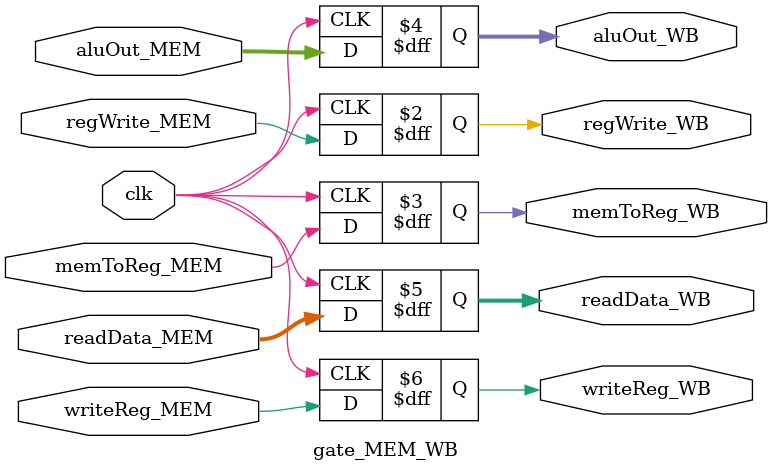
<source format=v>
module gate_MEM_WB (

  output reg regWrite_WB,
  output reg memToReg_WB,

  output reg [31:0] aluOut_WB,
  output reg [31:0] readData_WB,
  output reg writeReg_WB,

  input clk, 

  input regWrite_MEM,
  input memToReg_MEM,

  input [31:0] aluOut_MEM,
  input [31:0] readData_MEM,
  input writeReg_MEM
);
	
  always @(posedge clk) begin
    // control signals
    regWrite_WB <= regWrite_MEM;
    memToReg_WB <= memToReg_MEM;

    // cpu wires
    aluOut_WB <= aluOut_MEM;
    readData_WB <= readData_MEM;
    writeReg_WB <= writeReg_MEM;	
  end
endmodule

</source>
